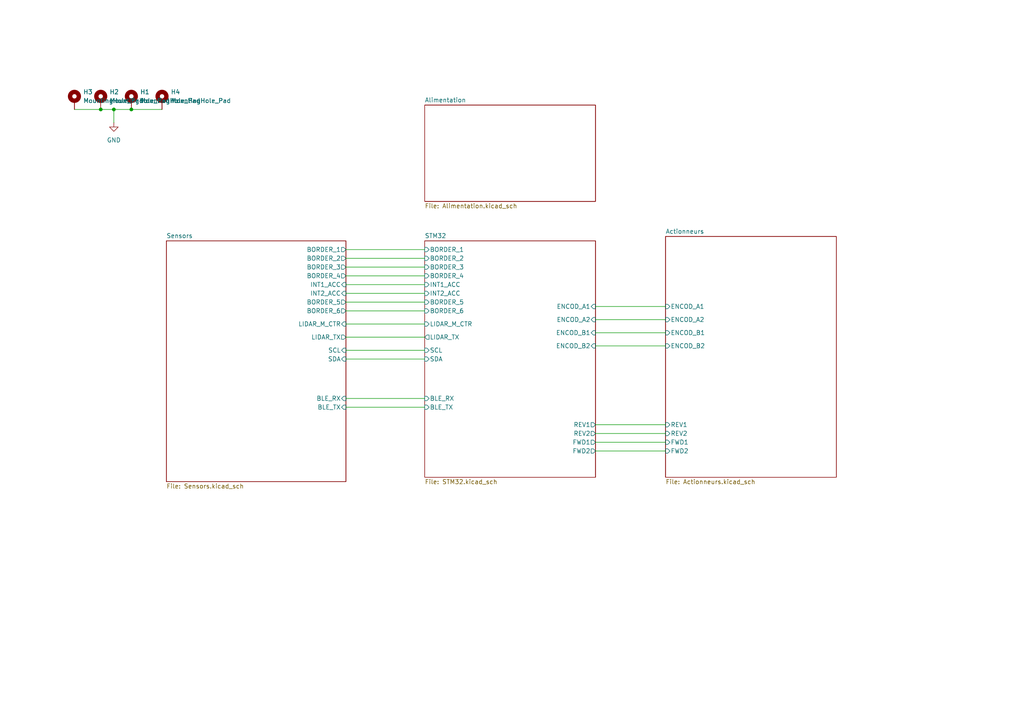
<source format=kicad_sch>
(kicad_sch (version 20250114) (generator "eeschema") (generator_version "9.0")
  (paper "A4")
  (lib_symbols
    (symbol "Mechanical:MountingHole_Pad" (pin_numbers (hide yes)) (pin_names (offset 1.016) (hide yes)) (in_bom no)
      (property "Reference" "H" (at 0 6.35 0))
      (property "Value" "MountingHole_Pad" (at 0 4.445 0))
      (symbol "MountingHole_Pad_0_1"
        (circle (center 0 1.27) (radius 1.27) (stroke (width 1.27)))
      )
      (symbol "MountingHole_Pad_1_1"
        (pin input line (at 0 -2.54 90) (length 2.54) (name "1") (number "1"))
      )
    )
    (symbol "power:GND" (power) (pin_numbers (hide yes)) (pin_names (offset 0) (hide yes))
      (property "Value" "GND" (at 0 -3.81 0))
      (symbol "GND_0_1"
        (polyline (pts (xy 0 0) (xy 0 -1.27) (xy 1.27 -1.27) (xy 0 -2.54) (xy -1.27 -1.27) (xy 0 -1.27)))
      )
      (symbol "GND_1_1"
        (pin power_in line (at 0 0 270) (length 0) (name "~") (number "1"))
      )
    )
  )
  (junction (at 29.21 31.75))
  (junction (at 33.02 31.75))
  (junction (at 38.1 31.75))
  (wire (pts (xy 123.19 82.55) (xy 100.33 82.55)))
  (wire (pts (xy 100.33 104.14) (xy 123.19 104.14)))
  (wire (pts (xy 100.33 97.79) (xy 123.19 97.79)))
  (wire (pts (xy 100.33 87.63) (xy 123.19 87.63)))
  (wire (pts (xy 172.72 123.19) (xy 193.04 123.19)))
  (wire (pts (xy 172.72 130.81) (xy 193.04 130.81)))
  (wire (pts (xy 172.72 125.73) (xy 193.04 125.73)))
  (wire (pts (xy 100.33 80.01) (xy 123.19 80.01)))
  (wire (pts (xy 100.33 72.39) (xy 123.19 72.39)))
  (wire (pts (xy 100.33 118.11) (xy 123.19 118.11)))
  (wire (pts (xy 172.72 96.52) (xy 193.04 96.52)))
  (wire (pts (xy 172.72 128.27) (xy 193.04 128.27)))
  (wire (pts (xy 172.72 92.71) (xy 193.04 92.71)))
  (wire (pts (xy 172.72 88.9) (xy 193.04 88.9)))
  (wire (pts (xy 100.33 85.09) (xy 123.19 85.09)))
  (wire (pts (xy 172.72 100.33) (xy 193.04 100.33)))
  (wire (pts (xy 33.02 31.75) (xy 38.1 31.75)))
  (wire (pts (xy 33.02 31.75) (xy 33.02 35.56)))
  (wire (pts (xy 29.21 31.75) (xy 33.02 31.75)))
  (wire (pts (xy 100.33 93.98) (xy 123.19 93.98)))
  (wire (pts (xy 100.33 77.47) (xy 123.19 77.47)))
  (wire (pts (xy 21.59 31.75) (xy 29.21 31.75)))
  (wire (pts (xy 100.33 101.6) (xy 123.19 101.6)))
  (wire (pts (xy 100.33 74.93) (xy 123.19 74.93)))
  (wire (pts (xy 100.33 90.17) (xy 123.19 90.17)))
  (wire (pts (xy 38.1 31.75) (xy 46.99 31.75)))
  (wire (pts (xy 100.33 115.57) (xy 123.19 115.57)))
  (symbol (lib_id "Mechanical:MountingHole_Pad") (at 29.21 29.21 0) (unit 1) (in_bom no)
    (property "Reference" "H2" (at 31.75 26.6699 0) (effects (justify left)))
    (property "Value" "MountingHole_Pad" (at 31.75 29.2099 0) (effects (justify left)))
    (property "Footprint" "MountingHole:MountingHole_3.2mm_M3_Pad_Via" (effects (hide yes)))
    (property "Description" "Mounting Hole with connection" (effects (hide yes)))
  )
  (symbol (lib_id "Mechanical:MountingHole_Pad") (at 21.59 29.21 0) (unit 1) (in_bom no)
    (property "Reference" "H3" (at 24.13 26.6699 0) (effects (justify left)))
    (property "Value" "MountingHole_Pad" (at 24.13 29.2099 0) (effects (justify left)))
    (property "Footprint" "MountingHole:MountingHole_3.2mm_M3_Pad_Via" (effects (hide yes)))
    (property "Description" "Mounting Hole with connection" (effects (hide yes)))
  )
  (symbol (lib_id "power:GND") (at 33.02 35.56 0) (unit 1)
    (property "Reference" "#PWR070" (effects (hide yes)))
    (property "Value" "GND" (at 33.02 40.64 0))
    (property "Description" "Power symbol creates a global label with name \"GND\" , ground" (effects (hide yes)))
  )
  (symbol (lib_id "Mechanical:MountingHole_Pad") (at 38.1 29.21 0) (unit 1) (in_bom no)
    (property "Reference" "H1" (at 40.64 26.6699 0) (effects (justify left)))
    (property "Value" "MountingHole_Pad" (at 40.64 29.2099 0) (effects (justify left)))
    (property "Footprint" "MountingHole:MountingHole_3.2mm_M3_Pad_Via" (effects (hide yes)))
    (property "Description" "Mounting Hole with connection" (effects (hide yes)))
  )
  (symbol (lib_id "Mechanical:MountingHole_Pad") (at 46.99 29.21 0) (unit 1) (in_bom no)
    (property "Reference" "H4" (at 49.53 26.6699 0) (effects (justify left)))
    (property "Value" "MountingHole_Pad" (at 49.53 29.2099 0) (effects (justify left)))
    (property "Footprint" "MountingHole:MountingHole_3.2mm_M3_Pad_Via" (effects (hide yes)))
    (property "Description" "Mounting Hole with connection" (effects (hide yes)))
  )
  (sheet (at 123.19 30.48) (size 49.53 27.94) (stroke (width 0.1524))
    (property "Sheetname" "Alimentation" (at 123.19 29.7684 0) (effects (justify left bottom)))
    (property "Sheetfile" "Alimentation.kicad_sch" (at 123.19 59.0046 0) (effects (justify left top)))
  )
  (sheet (at 193.04 68.58) (size 49.53 69.85) (stroke (width 0.1524))
    (property "Sheetname" "Actionneurs" (at 193.04 67.8684 0) (effects (justify left bottom)))
    (property "Sheetfile" "Actionneurs.kicad_sch" (at 193.04 139.0146 0) (effects (justify left top)))
    (pin "FWD1" input (at 193.04 128.27 180))
    (pin "FWD2" input (at 193.04 130.81 180))
    (pin "REV1" input (at 193.04 123.19 180))
    (pin "REV2" input (at 193.04 125.73 180))
    (pin "ENCOD_A1" input (at 193.04 88.9 180))
    (pin "ENCOD_A2" input (at 193.04 92.71 180))
    (pin "ENCOD_B1" input (at 193.04 96.52 180))
    (pin "ENCOD_B2" input (at 193.04 100.33 180))
  )
  (sheet (at 123.19 69.85) (size 49.53 68.58) (stroke (width 0.1524))
    (property "Sheetname" "STM32" (at 123.19 69.1384 0) (effects (justify left bottom)))
    (property "Sheetfile" "STM32.kicad_sch" (at 123.19 139.0146 0) (effects (justify left top)))
    (pin "FWD2" output (at 172.72 130.81 0))
    (pin "FWD1" output (at 172.72 128.27 0))
    (pin "INT1_ACC" input (at 123.19 82.55 180))
    (pin "INT2_ACC" input (at 123.19 85.09 180))
    (pin "LIDAR_TX" output (at 123.19 97.79 180))
    (pin "REV1" output (at 172.72 123.19 0))
    (pin "REV2" output (at 172.72 125.73 0))
    (pin "SCL" input (at 123.19 101.6 180))
    (pin "SDA" input (at 123.19 104.14 180))
    (pin "LIDAR_M_CTR" input (at 123.19 93.98 180))
    (pin "ENCOD_A1" input (at 172.72 88.9 0))
    (pin "ENCOD_A2" input (at 172.72 92.71 0))
    (pin "ENCOD_B1" input (at 172.72 96.52 0))
    (pin "ENCOD_B2" input (at 172.72 100.33 0))
    (pin "BORDER_1" input (at 123.19 72.39 180))
    (pin "BORDER_2" input (at 123.19 74.93 180))
    (pin "BORDER_3" input (at 123.19 77.47 180))
    (pin "BORDER_4" input (at 123.19 80.01 180))
    (pin "BLE_RX" input (at 123.19 115.57 180))
    (pin "BLE_TX" input (at 123.19 118.11 180))
    (pin "BORDER_5" input (at 123.19 87.63 180))
    (pin "BORDER_6" input (at 123.19 90.17 180))
  )
  (sheet (at 48.26 69.85) (size 52.07 69.85) (stroke (width 0.1524))
    (property "Sheetname" "Sensors" (at 48.26 69.1384 0) (effects (justify left bottom)))
    (property "Sheetfile" "Sensors.kicad_sch" (at 48.26 140.2846 0) (effects (justify left top)))
    (pin "BORDER_1" output (at 100.33 72.39 0))
    (pin "BORDER_2" output (at 100.33 74.93 0))
    (pin "INT1_ACC" input (at 100.33 82.55 0))
    (pin "INT2_ACC" input (at 100.33 85.09 0))
    (pin "LIDAR_TX" output (at 100.33 97.79 0))
    (pin "SCL" input (at 100.33 101.6 0))
    (pin "SDA" input (at 100.33 104.14 0))
    (pin "LIDAR_M_CTR" input (at 100.33 93.98 0))
    (pin "BORDER_3" output (at 100.33 77.47 0))
    (pin "BORDER_4" output (at 100.33 80.01 0))
    (pin "BLE_RX" input (at 100.33 115.57 0))
    (pin "BLE_TX" input (at 100.33 118.11 0))
    (pin "BORDER_5" output (at 100.33 87.63 0))
    (pin "BORDER_6" output (at 100.33 90.17 0))
  )
)
</source>
